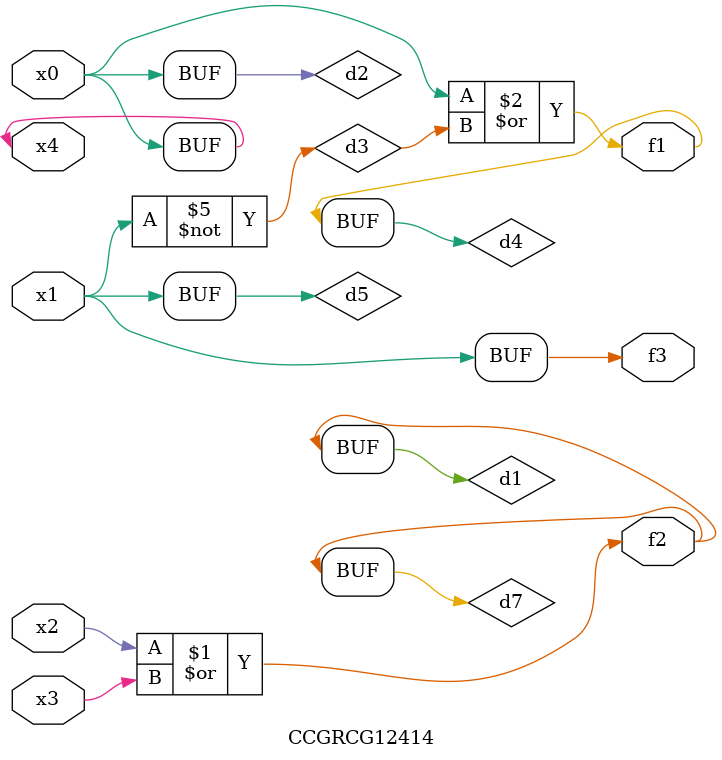
<source format=v>
module CCGRCG12414(
	input x0, x1, x2, x3, x4,
	output f1, f2, f3
);

	wire d1, d2, d3, d4, d5, d6, d7;

	or (d1, x2, x3);
	buf (d2, x0, x4);
	not (d3, x1);
	or (d4, d2, d3);
	not (d5, d3);
	nand (d6, d1, d3);
	or (d7, d1);
	assign f1 = d4;
	assign f2 = d7;
	assign f3 = d5;
endmodule

</source>
